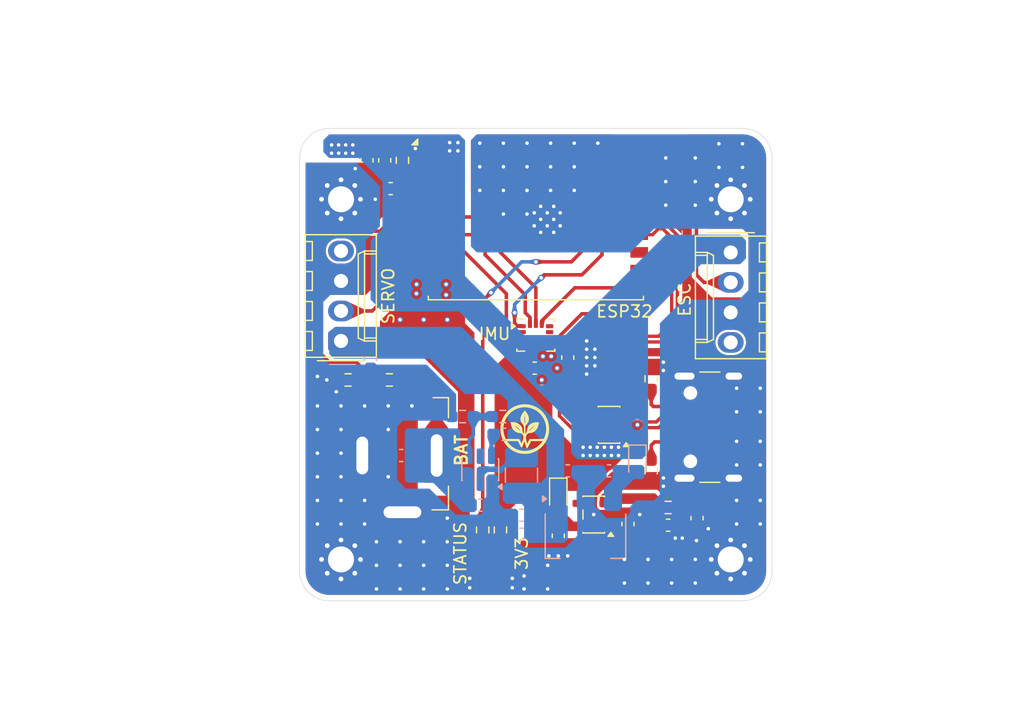
<source format=kicad_pcb>
(kicad_pcb (version 20241229) (generator "pcbnew") (generator_version "9.0")
  (title_block (title "RC_Car(ESP32)") (date "2025-12-11") (rev "A") (company "MaD_RaNgA"))
  (layers (0 "F.Cu" signal) (4 "In1.Cu" power) (6 "In2.Cu" power) (2 "B.Cu" signal) (13 "F.Paste" user) (15 "B.Paste" user) (5 "F.SilkS" user "F.Silkscreen") (7 "B.SilkS" user "B.Silkscreen") (1 "F.Mask" user) (3 "B.Mask" user) (25 "Edge.Cuts" user))
  (net 0 "")
  (net 1 "GND")
  (net 2 "+VCC")
  (net 3 "/Schematic/BST")
  (net 4 "/Schematic/BUCKOUT")
  (net 5 "+5V")
  (net 6 "+VBUSF")
  (net 7 "+3V3_2")
  (net 8 "+3V3_1")
  (net 9 "+3V3A")
  (net 10 "+VBUS")
  (net 11 "/Schematic/BAT_SENSE")
  (net 12 "/Schematic/ESC_PWM")
  (net 14 "/Schematic/USBD+")
  (net 15 "/Schematic/CC2")
  (net 16 "/Schematic/USBD-")
  (net 18 "/Schematic/CC1")
  (net 20 "/Schematic/FB")
  (net 21 "/Schematic/EN")
  (net 22 "/Schematic/SERVO_PWM")
  (net 26 "/Schematic/USB_D+")
  (net 27 "/Schematic/USB_D-")
  (net 31 "/Schematic/IMU_INT2")
  (net 33 "/Schematic/IMU_MOSI")
  (net 34 "/Schematic/IMU_CLK")
  (net 35 "/Schematic/IMU_MISO")
  (net 36 "/Schematic/IMU_CS")
  (net 37 "/Schematic/IMU_INT1")
  (net 40 "/Schematic/PWR_LED")
  (net 41 "/Schematic/STATUS_LED")
  (net 42 "/Schematic/STATUS")
  (footprint "Package_TO_SOT_SMD:SOT-23-6" (layer "F.Cu") (at 156.2 107.6 180)
    (property "Reference" "U4" (hide yes))
    (property "Value" "USBLC6-2SC6")
  )
  (footprint "Resistor_SMD:R_0603_1608Metric_Pad0.98x0.95mm_HandSolder" (layer "F.Cu") (at 138.7 85.2 90)
    (property "Reference" "R6" (hide yes))
    (property "Value" "5k1")
  )
  (footprint "Resistor_SMD:R_0603_1608Metric_Pad0.98x0.95mm_HandSolder" (layer "F.Cu") (at 147 116.5 90)
    (property "Reference" "R9" (hide yes))
    (property "Value" "5k1")
  )
  (footprint "MountingHole:MountingHole_2.2mm_M2_Pad_Via" (layer "F.Cu") (at 133.5 88.5)
    (property "Reference" "MH1" (hide yes))
    (property "Value" "MountingHole_Pad")
  )
  (footprint "Capacitor_SMD:C_0603_1608Metric_Pad1.08x0.95mm_HandSolder" (layer "F.Cu") (at 161.2 116.1)
    (property "Reference" "C13" (hide yes))
    (property "Value" "100n")
  )
  (footprint "Package_LGA:LGA-14_3x2.5mm_P0.5mm_LayoutBorder3x4y" (layer "F.Cu") (at 150 100)
    (property "Reference" "IMU")
    (property "Value" "LSM6DSL")
  )
  (footprint "LED_SMD:LED_0603_1608Metric_Pad1.05x0.95mm_HandSolder" (layer "F.Cu") (at 145.5 120 90)
    (property "Reference" "STATUS")
    (property "Value" "LED")
  )
  (footprint "Resistor_SMD:R_0603_1608Metric_Pad0.98x0.95mm_HandSolder" (layer "F.Cu") (at 159.765 111.5 90)
    (property "Reference" "R8" (hide yes))
    (property "Value" "5k1")
  )
  (footprint "Capacitor_SMD:C_0603_1608Metric_Pad1.08x0.95mm_HandSolder" (layer "F.Cu") (at 163.65 115.5 -90)
    (property "Reference" "C12" (hide yes))
    (property "Value" "100n")
  )
  (footprint "Resistor_SMD:R_0603_1608Metric_Pad0.98x0.95mm_HandSolder" (layer "F.Cu") (at 159.765 103.7 -90)
    (property "Reference" "R7" (hide yes))
    (property "Value" "5k1")
  )
  (footprint "Resistor_SMD:R_0603_1608Metric_Pad0.98x0.95mm_HandSolder" (layer "F.Cu") (at 137.6 103.8)
    (property "Reference" "R1" (hide yes))
    (property "Value" "47k5")
  )
  (footprint "Connector_USB:USB_C_Receptacle_GCT_USB4105-xx-A_16P_TopMnt_Horizontal" (layer "F.Cu") (at 165.69 107.8 90)
    (property "Reference" "J1" (hide yes))
    (property "Value" "USB_C")
  )
  (footprint "MountingHole:MountingHole_2.2mm_M2_Pad_Via" (layer "F.Cu") (at 166.5 88.5)
    (property "Reference" "MH2" (hide yes))
    (property "Value" "MountingHole_Pad")
  )
  (footprint "MountingHole:MountingHole_2.2mm_M2_Pad_Via" (layer "F.Cu") (at 133.5 119)
    (property "Reference" "MH3" (hide yes))
    (property "Value" "MountingHole_Pad")
  )
  (footprint "Capacitor_SMD:C_0603_1608Metric_Pad1.08x0.95mm_HandSolder" (layer "F.Cu") (at 149.9 102.8)
    (property "Reference" "C10" (hide yes))
    (property "Value" "100n")
  )
  (footprint "Diode_SMD:D_0603_1608Metric" (layer "F.Cu") (at 151.9 113.6 -90)
    (property "Reference" "D1" (hide yes))
    (property "Value" "CDBU70-HF")
  )
  (footprint "Capacitor_SMD:C_0603_1608Metric_Pad1.08x0.95mm_HandSolder" (layer "F.Cu") (at 157.8 116 90)
    (property "Reference" "C6" (hide yes))
    (property "Value" "10u")
  )
  (footprint "Resistor_SMD:R_0603_1608Metric_Pad0.98x0.95mm_HandSolder" (layer "F.Cu") (at 134.1 103.8)
    (property "Reference" "R3" (hide yes))
    (property "Value" "8k2")
  )
  (footprint "Capacitor_SMD:C_0603_1608Metric_Pad1.08x0.95mm_HandSolder" (layer "F.Cu") (at 135.7 85.2 -90)
    (property "Reference" "C15" (hide yes))
    (property "Value" "10u")
  )
  (footprint "Connector_Molex:Molex_KK-254_AE-6410-04A_1x04_P2.54mm_Vertical" (layer "F.Cu") (at 133.5 100.5 90)
    (property "Reference" "SERVO")
    (property "Value" "Conn_01x04")
  )
  (footprint "Capacitor_SMD:C_0603_1608Metric_Pad1.08x0.95mm_HandSolder" (layer "F.Cu") (at 152.7 101.9 -90)
    (property "Reference" "C11" (hide yes))
    (property "Value" "100n")
  )
  (footprint "MountingHole:MountingHole_2.2mm_M2_Pad_Via" (layer "F.Cu") (at 166.5 119)
    (property "Reference" "MH4" (hide yes))
    (property "Value" "MountingHole_Pad")
  )
  (footprint "RF_Module:ESP32-C3-WROOM-02" (layer "F.Cu") (at 150 90)
    (property "Reference" "ESP32")
    (property "Value" "ESP32-C3-WROOM-02")
  )
  (footprint "Graphics:Front_Logo" (layer "F.Cu") (at 149 108)
    (property "Reference" "G***" (hide yes))
    (property "Value" "LOGO" (hide yes))
  )
  (footprint "Capacitor_SMD:C_0603_1608Metric_Pad1.08x0.95mm_HandSolder" (layer "F.Cu") (at 137.2 85.2 -90)
    (property "Reference" "C14" (hide yes))
    (property "Value" "100n")
  )
  (footprint "Capacitor_SMD:C_0603_1608Metric_Pad1.08x0.95mm_HandSolder" (layer "F.Cu") (at 137.7 87.6 180)
    (property "Reference" "C16" (hide yes))
    (property "Value" "100n")
  )
  (footprint "Capacitor_SMD:C_0603_1608Metric_Pad1.08x0.95mm_HandSolder" (layer "F.Cu") (at 151.9 117 -90)
    (property "Reference" "C7" (hide yes))
    (property "Value" "10u")
  )
  (footprint "Package_TO_SOT_SMD:SOT-23-5" (layer "F.Cu") (at 154.9 115.2 180)
    (property "Reference" "500mA" (hide yes))
    (property "Value" "TLV75533PDBV")
  )
  (footprint "Resistor_SMD:R_0603_1608Metric_Pad0.98x0.95mm_HandSolder" (layer "F.Cu") (at 145.5 116.5 90)
    (property "Reference" "R10" (hide yes))
    (property "Value" "100R")
  )
  (footprint "Resistor_SMD:R_0603_1608Metric_Pad0.98x0.95mm_HandSolder" (layer "F.Cu") (at 161.2 114.6 180)
    (property "Reference" "R5" (hide yes))
    (property "Value" "0R")
  )
  (footprint "Connector_Molex:Molex_KK-254_AE-6410-04A_1x04_P2.54mm_Vertical" (layer "F.Cu") (at 166.5 93 -90)
    (property "Reference" "ESC")
    (property "Value" "Conn_01x04")
  )
  (footprint "Connector_BarrelJack:BarrelJack_GCT_DCJ200-10-A_Horizontal" (layer "F.Cu") (at 141.6 110.2 -90)
    (property "Reference" "BAT")
    (property "Value" "Barrel_Jack_Switch")
  )
  (footprint "LED_SMD:LED_0603_1608Metric_Pad1.05x0.95mm_HandSolder" (layer "F.Cu") (at 147 120 90)
    (property "Reference" "3V3")
    (property "Value" "LED")
  )
  (footprint "Capacitor_SMD:C_0603_1608Metric_Pad1.08x0.95mm_HandSolder" (layer "B.Cu") (at 136 102 -90)
    (property "Reference" "C17" (hide yes))
    (property "Value" "10u")
  )
  (footprint "Diode_SMD:D_0603_1608Metric" (layer "B.Cu") (at 158.6 110.8 -90)
    (property "Reference" "D2" (hide yes))
    (property "Value" "CDBU70-HF")
  )
  (footprint "Capacitor_SMD:C_0603_1608Metric_Pad1.08x0.95mm_HandSolder" (layer "B.Cu") (at 162.9 91.3 90)
    (property "Reference" "C18" (hide yes))
    (property "Value" "100n")
  )
  (footprint "Capacitor_SMD:C_0603_1608Metric_Pad1.08x0.95mm_HandSolder" (layer "B.Cu") (at 148.78125 116.8625 180)
    (property "Reference" "C4" (hide yes))
    (property "Value" "22u")
  )
  (footprint "Capacitor_SMD:C_0603_1608Metric_Pad1.08x0.95mm_HandSolder" (layer "B.Cu") (at 138.6 110.2 180)
    (property "Reference" "C5" (hide yes))
    (property "Value" "10u")
  )
  (footprint "Resistor_SMD:R_0603_1608Metric_Pad0.98x0.95mm_HandSolder" (layer "B.Cu") (at 143.79375 106.9 180)
    (property "Reference" "R4" (hide yes))
    (property "Value" "10k")
  )
  (footprint "Capacitor_SMD:C_0603_1608Metric_Pad1.08x0.95mm_HandSolder" (layer "B.Cu") (at 152.7 111.5)
    (property "Reference" "C8" (hide yes))
    (property "Value" "10u")
  )
  (footprint "Capacitor_SMD:C_0603_1608Metric_Pad1.08x0.95mm_HandSolder" (layer "B.Cu") (at 145.29375 114.4)
    (property "Reference" "C2" (hide yes))
    (property "Value" "10u")
  )
  (footprint "Inductor_SMD:L_1210_3225Metric_Pad1.42x2.65mm_HandSolder" (layer "B.Cu") (at 148.78125 111.8625 -90)
    (property "Reference" "L1" (hide yes))
    (property "Value" "3u3")
  )
  (footprint "Capacitor_SMD:C_0603_1608Metric_Pad1.08x0.95mm_HandSolder" (layer "B.Cu") (at 148.78125 115.2625 180)
    (property "Reference" "C3" (hide yes))
    (property "Value" "22u")
  )
  (footprint "Capacitor_SMD:C_0603_1608Metric_Pad1.08x0.95mm_HandSolder" (layer "B.Cu") (at 147.29375 108.4)
    (property "Reference" "C1" (hide yes))
    (property "Value" "100n")
  )
  (footprint "Capacitor_SMD:C_0603_1608Metric_Pad1.08x0.95mm_HandSolder" (layer "B.Cu") (at 156.2 111.5 180)
    (property "Reference" "C9" (hide yes))
    (property "Value" "22u")
  )
  (footprint "Resistor_SMD:R_0603_1608Metric_Pad0.98x0.95mm_HandSolder" (layer "B.Cu") (at 147.20625 106.9 180)
    (property "Reference" "R2" (hide yes))
    (property "Value" "52k3")
  )
  (footprint "Package_TO_SOT_SMD:TSOT-23-6" (layer "B.Cu") (at 145.29375 111.4 90)
    (property "Reference" "U1" (hide yes))
    (property "Value" "AP62301Z6-7")
  )
  (footprint "Package_TO_SOT_SMD:SOT-223-3_TabPin2" (layer "B.Cu") (at 154.2 117 -90)
    (property "Reference" "U2" (hide yes))
    (property "Value" "AZ1117CH2-3.3")
  )
  (gr_arc (start 167.5 82.5) (mid 169.267767 83.232233) (end 170 85) (stroke (width 0.05)) (layer "Edge.Cuts"))
  (gr_line (start 167.5 82.5) (end 132.5 82.5) (stroke (width 0.05)) (layer "Edge.Cuts"))
  (gr_line (start 130 85) (end 130 120) (stroke (width 0.05)) (layer "Edge.Cuts"))
  (gr_line (start 170 120) (end 170 85) (stroke (width 0.05)) (layer "Edge.Cuts"))
  (gr_arc (start 132.5 122.5) (mid 130.732233 121.767767) (end 130 120) (stroke (width 0.05)) (layer "Edge.Cuts"))
  (gr_arc (start 130 85) (mid 130.732233 83.232233) (end 132.5 82.5) (stroke (width 0.05)) (layer "Edge.Cuts"))
  (gr_arc (start 170 120) (mid 169.267767 121.767767) (end 167.5 122.5) (stroke (width 0.05)) (layer "Edge.Cuts"))
  (gr_line (start 132.5 122.5) (end 167.5 122.5) (stroke (width 0.05)) (layer "Edge.Cuts"))
  (via (at 151.3 101.8) (size 0.5) (drill 0.3) (layers "F.Cu" "B.Cu") (net 1))
  (via (at 138.5 117.5) (size 0.5) (drill 0.3) (layers "F.Cu" "B.Cu") (net 1))
  (via (at 134.7 85.9) (size 0.5) (drill 0.3) (layers "F.Cu" "B.Cu") (net 1))
  (via (at 150.5 103.8) (size 0.5) (drill 0.3) (layers "F.Cu" "B.Cu") (net 1))
  (via (at 132.3 103.8) (size 0.5) (drill 0.3) (layers "F.Cu" "B.Cu") (net 1))
  (via (at 167 111) (size 0.5) (drill 0.3) (layers "F.Cu" "B.Cu") (net 1))
  (via (at 160.8 112.1) (size 0.5) (drill 0.3) (layers "F.Cu" "B.Cu") (net 1))
  (via (at 169 106.5) (size 0.5) (drill 0.3) (layers "F.Cu" "B.Cu") (net 1))
  (via (at 139.885125 96.484782) (size 0.5) (drill 0.3) (layers "F.Cu" "B.Cu") (net 1))
  (via (at 159.5 119) (size 0.5) (drill 0.3) (layers "F.Cu" "B.Cu") (net 1))
  (via (at 167 109) (size 0.5) (drill 0.3) (layers "F.Cu" "B.Cu") (net 1))
  (via (at 145.25 87.75) (size 0.5) (drill 0.3) (layers "F.Cu" "B.Cu") (net 1))
  (via (at 163.5 87) (size 0.5) (drill 0.3) (layers "F.Cu" "B.Cu") (net 1))
  (via (at 169 109) (size 0.5) (drill 0.3) (layers "F.Cu" "B.Cu") (net 1))
  (via (at 140.5 117.5) (size 0.5) (drill 0.3) (layers "F.Cu" "B.Cu") (net 1))
  (via (at 138.5 98.7) (size 0.5) (drill 0.3) (layers "F.Cu" "B.Cu") (net 1))
  (via (at 147.25 83.75) (size 0.5) (drill 0.3) (layers "F.Cu" "B.Cu") (net 1))
  (via (at 144.4 120.6) (size 0.5) (drill 0.3) (layers "F.Cu" "B.Cu") (net 1))
  (via (at 140.5 98.7) (size 0.5) (drill 0.3) (layers "F.Cu" "B.Cu") (net 1))
  (via (at 169 114) (size 0.5) (drill 0.3) (layers "F.Cu" "B.Cu") (net 1))
  (via (at 167 104.5) (size 0.5) (drill 0.3) (layers "F.Cu" "B.Cu") (net 1))
  (via (at 155.25 83.75) (size 0.5) (drill 0.3) (layers "F.Cu" "B.Cu") (net 1))
  (via (at 151 121.5) (size 0.5) (drill 0.3) (layers "F.Cu" "B.Cu") (net 1))
  (via (at 151 119.5) (size 0.5) (drill 0.3) (layers "F.Cu" "B.Cu") (net 1))
  (via (at 167 114) (size 0.5) (drill 0.3) (layers "F.Cu" "B.Cu") (net 1))
  (via (at 131.5 108) (size 0.5) (drill 0.3) (layers "F.Cu" "B.Cu") (net 1))
  (via (at 158.6 107.6) (size 0.5) (drill 0.3) (layers "F.Cu" "B.Cu") (net 1))
  (via (at 139.5 106) (size 0.5) (drill 0.3) (layers "F.Cu" "B.Cu") (net 1))
  (via (at 138.5 119.5) (size 0.5) (drill 0.3) (layers "F.Cu" "B.Cu") (net 1))
  (via (at 148 120.6) (size 0.5) (drill 0.3) (layers "F.Cu" "B.Cu") (net 1))
  (via (at 163.5 121) (size 0.5) (drill 0.3) (layers "F.Cu" "B.Cu") (net 1))
  (via (at 161.5 121) (size 0.5) (drill 0.3) (layers "F.Cu" "B.Cu") (net 1))
  (via (at 158.8 115.2) (size 0.5) (drill 0.3) (layers "F.Cu" "B.Cu") (net 1))
  (via (at 151.25 83.75) (size 0.5) (drill 0.3) (layers "F.Cu" "B.Cu") (net 1))
  (via (at 147.25 85.75) (size 0.5) (drill 0.3) (layers "F.Cu" "B.Cu") (net 1))
  (via (at 149.25 87.75) (size 0.5) (drill 0.3) (layers "F.Cu" "B.Cu") (net 1))
  (via (at 133.5 106) (size 0.5) (drill 0.3) (layers "F.Cu" "B.Cu") (net 1))
  (via (at 167.5 83.8) (size 0.5) (drill 0.3) (layers "F.Cu" "B.Cu") (net 1))
  (via (at 149.25 85.75) (size 0.5) (drill 0.3) (layers "F.Cu" "B.Cu") (net 1))
  (via (at 167 116) (size 0.5) (drill 0.3) (layers "F.Cu" "B.Cu") (net 1))
  (via (at 160.8 102.3) (size 0.5) (drill 0.3) (layers "F.Cu" "B.Cu") (net 1))
  (via (at 140.5 119.5) (size 0.5) (drill 0.3) (layers "F.Cu" "B.Cu") (net 1))
  (via (at 136.5 121.5) (size 0.5) (drill 0.3) (layers "F.Cu" "B.Cu") (net 1))
  (via (at 147.25 87.75) (size 0.5) (drill 0.3) (layers "F.Cu" "B.Cu") (net 1))
  (via (at 169 111) (size 0.5) (drill 0.3) (layers "F.Cu" "B.Cu") (net 1))
  (via (at 135.5 106) (size 0.5) (drill 0.3) (layers "F.Cu" "B.Cu") (net 1))
  (via (at 131.5 103.5) (size 0.5) (drill 0.3) (layers "F.Cu" "B.Cu") (net 1))
  (via (at 154.9 115.2) (size 0.5) (drill 0.3) (layers "F.Cu" "B.Cu") (net 1))
  (via (at 161 89) (size 0.5) (drill 0.3) (layers "F.Cu" "B.Cu") (net 1))
  (via (at 131.5 116) (size 0.5) (drill 0.3) (layers "F.Cu" "B.Cu") (net 1))
  (via (at 142.5 115.5) (size 0.5) (drill 0.3) (layers "F.Cu" "B.Cu") (net 1))
  (via (at 149.25 89.75) (size 0.5) (drill 0.3) (layers "F.Cu" "B.Cu") (net 1))
  (via (at 151.8 102.8) (size 0.5) (drill 0.3) (layers "F.Cu" "B.Cu") (net 1))
  (via (at 167 106.5) (size 0.5) (drill 0.3) (layers "F.Cu" "B.Cu") (net 1))
  (via (at 148 121.4) (size 0.5) (drill 0.3) (layers "F.Cu" "B.Cu") (net 1))
  (via (at 133.5 108) (size 0.5) (drill 0.3) (layers "F.Cu" "B.Cu") (net 1))
  (via (at 153.25 83.75) (size 0.5) (drill 0.3) (layers "F.Cu" "B.Cu") (net 1))
  (via (at 151.9 118.7) (size 0.5) (drill 0.3) (layers "F.Cu" "B.Cu") (net 1))
  (via (at 161 85) (size 0.5) (drill 0.3) (layers "F.Cu" "B.Cu") (net 1))
  (via (at 133.5 112) (size 0.5) (drill 0.3) (layers "F.Cu" "B.Cu") (net 1))
  (via (at 136.4 88.5) (size 0.5) (drill 0.3) (layers "F.Cu" "B.Cu") (net 1))
  (via (at 145.25 85.75) (size 0.5) (drill 0.3) (layers "F.Cu" "B.Cu") (net 1))
  (via (at 164.6 116.4) (size 0.5) (drill 0.3) (layers "F.Cu" "B.Cu") (net 1))
  (via (at 144.4 121.4) (size 0.5) (drill 0.3) (layers "F.Cu" "B.Cu") (net 1))
  (via (at 160.8 103) (size 0.5) (drill 0.3) (layers "F.Cu" "B.Cu") (net 1))
  (via (at 151.25 85.75) (size 0.5) (drill 0.3) (layers "F.Cu" "B.Cu") (net 1))
  (via (at 142.4 95.7) (size 0.5) (drill 0.3) (layers "F.Cu" "B.Cu") (net 1))
  (via (at 133.5 110) (size 0.5) (drill 0.3) (layers "F.Cu" "B.Cu") (net 1))
  (via (at 147.25 89.75) (size 0.5) (drill 0.3) (layers "F.Cu" "B.Cu") (net 1))
  (via (at 131.5 110) (size 0.5) (drill 0.3) (layers "F.Cu" "B.Cu") (net 1))
  (via (at 133.5 114) (size 0.5) (drill 0.3) (layers "F.Cu" "B.Cu") (net 1))
  (via (at 169 104.5) (size 0.5) (drill 0.3) (layers "F.Cu" "B.Cu") (net 1))
  (via (at 159.5 121) (size 0.5) (drill 0.3) (layers "F.Cu" "B.Cu") (net 1))
  (via (at 135.5 116) (size 0.5) (drill 0.3) (layers "F.Cu" "B.Cu") (net 1))
  (via (at 163.5 89) (size 0.5) (drill 0.3) (layers "F.Cu" "B.Cu") (net 1))
  (via (at 131.5 112) (size 0.5) (drill 0.3) (layers "F.Cu" "B.Cu") (net 1))
  (via (at 153.25 85.75) (size 0.5) (drill 0.3) (layers "F.Cu" "B.Cu") (net 1))
  (via (at 140.5 121.5) (size 0.5) (drill 0.3) (layers "F.Cu" "B.Cu") (net 1))
  (via (at 161.5 119) (size 0.5) (drill 0.3) (layers "F.Cu" "B.Cu") (net 1))
  (via (at 137.5 106) (size 0.5) (drill 0.3) (layers "F.Cu" "B.Cu") (net 1))
  (via (at 165.5 85.8) (size 0.5) (drill 0.3) (layers "F.Cu" "B.Cu") (net 1))
  (via (at 131.5 106) (size 0.5) (drill 0.3) (layers "F.Cu" "B.Cu") (net 1))
  (via (at 142.5 121.5) (size 0.5) (drill 0.3) (layers "F.Cu" "B.Cu") (net 1))
  (via (at 137.5 108) (size 0.5) (drill 0.3) (layers "F.Cu" "B.Cu") (net 1))
  (via (at 163.6 117.4) (size 0.5) (drill 0.3) (layers "F.Cu" "B.Cu") (net 1))
  (via (at 131.5 114) (size 0.5) (drill 0.3) (layers "F.Cu" "B.Cu") (net 1))
  (via (at 153.25 87.75) (size 0.5) (drill 0.3) (layers "F.Cu" "B.Cu") (net 1))
  (via (at 163.5 119) (size 0.5) (drill 0.3) (layers "F.Cu" "B.Cu") (net 1))
  (via (at 133.5 116) (size 0.5) (drill 0.3) (layers "F.Cu" "B.Cu") (net 1))
  (via (at 149.25 83.75) (size 0.5) (drill 0.3) (layers "F.Cu" "B.Cu") (net 1))
  (via (at 150.6 101.8) (size 0.5) (drill 0.3) (layers "F.Cu" "B.Cu") (net 1))
  (via (at 151.1 118.7) (size 0.5) (drill 0.3) (layers "F.Cu" "B.Cu") (net 1))
  (via (at 139.9 95.7) (size 0.5) (drill 0.3) (layers "F.Cu" "B.Cu") (net 1))
  (via (at 136.5 117.5) (size 0.5) (drill 0.3) (layers "F.Cu" "B.Cu") (net 1))
  (via (at 157.5 121) (size 0.5) (drill 0.3) (layers "F.Cu" "B.Cu") (net 1))
  (via (at 163.5 85) (size 0.5) (drill 0.3) (layers "F.Cu" "B.Cu") (net 1))
  (via (at 162.4 117.2) (size 0.5) (drill 0.3) (layers "F.Cu" "B.Cu") (net 1))
  (via (at 161.8 117.2) (size 0.5) (drill 0.3) (layers "F.Cu" "B.Cu") (net 1))
  (via (at 135.5 114) (size 0.5) (drill 0.3) (layers "F.Cu" "B.Cu") (net 1))
  (via (at 145.25 83.75) (size 0.5) (drill 0.3) (layers "F.Cu" "B.Cu") (net 1))
  (via (at 167.5 85.8) (size 0.5) (drill 0.3) (layers "F.Cu" "B.Cu") (net 1))
  (via (at 169 116) (size 0.5) (drill 0.3) (layers "F.Cu" "B.Cu") (net 1))
  (via (at 157.5 119) (size 0.5) (drill 0.3) (layers "F.Cu" "B.Cu") (net 1))
  (via (at 161 87) (size 0.5) (drill 0.3) (layers "F.Cu" "B.Cu") (net 1))
  (via (at 149 121.5) (size 0.5) (drill 0.3) (layers "F.Cu" "B.Cu") (net 1))
  (via (at 149 120.4) (size 0.5) (drill 0.3) (layers "F.Cu" "B.Cu") (net 1))
  (via (at 165.5 83.8) (size 0.5) (drill 0.3) (layers "F.Cu" "B.Cu") (net 1))
  (via (at 142.5 119.5) (size 0.5) (drill 0.3) (layers "F.Cu" "B.Cu") (net 1))
  (via (at 138.5 121.5) (size 0.5) (drill 0.3) (layers "F.Cu" "B.Cu") (net 1))
  (via (at 137.5 112) (size 0.5) (drill 0.3) (layers "F.Cu" "B.Cu") (net 1))
  (via (at 142.4 96.6) (size 0.5) (drill 0.3) (layers "F.Cu" "B.Cu") (net 1))
  (via (at 151.25 87.75) (size 0.5) (drill 0.3) (layers "F.Cu" "B.Cu") (net 1))
  (via (at 142.5 98.7) (size 0.5) (drill 0.3) (layers "F.Cu" "B.Cu") (net 1))
  (via (at 152.7 118.7) (size 0.5) (drill 0.3) (layers "F.Cu" "B.Cu") (net 1))
  (via (at 133.1 104.8) (size 0.5) (drill 0.3) (layers "F.Cu" "B.Cu") (net 1))
  (via (at 160.8 112.8) (size 0.5) (drill 0.3) (layers "F.Cu" "B.Cu") (net 1))
  (via (at 136.5 119.5) (size 0.5) (drill 0.3) (layers "F.Cu" "B.Cu") (net 1))
  (via (at 142.5 117.5) (size 0.5) (drill 0.3) (layers "F.Cu" "B.Cu") (net 1))
  (segment (start 141.6 104.9) (end 141.6 110.2) (width 0.5) (layer "F.Cu") (net 2))
  (segment (start 138.5125 103.8) (end 140.5 103.8) (width 0.5) (layer "F.Cu") (net 2))
  (segment (start 140.5 103.8) (end 141.6 104.9) (width 0.5) (layer "F.Cu") (net 2))
  (segment (start 146.24375 110.2625) (end 146.24375 108.5875) (width 0.3) (layer "B.Cu") (net 3))
  (via (at 156.4 110.2) (size 0.5) (drill 0.3) (layers "F.Cu" "B.Cu") (net 9))
  (via (at 154.6 110.2) (size 0.5) (drill 0.3) (layers "F.Cu" "B.Cu") (net 9))
  (via (at 154.6 109.5) (size 0.5) (drill 0.3) (layers "F.Cu" "B.Cu") (net 9))
  (via (at 133.9 83.9) (size 0.5) (drill 0.3) (layers "F.Cu" "B.Cu") (net 9))
  (via (at 157 110.2) (size 0.5) (drill 0.3) (layers "F.Cu" "B.Cu") (net 9))
  (via (at 134.5 83.9) (size 0.5) (drill 0.3) (layers "F.Cu" "B.Cu") (net 9))
  (via (at 133.9 84.6) (size 0.5) (drill 0.3) (layers "F.Cu" "B.Cu") (net 9))
  (via (at 156.4 109.5) (size 0.5) (drill 0.3) (layers "F.Cu" "B.Cu") (net 9))
  (via (at 132.7 83.9) (size 0.5) (drill 0.3) (layers "F.Cu" "B.Cu") (net 9))
  (via (at 142.7 83.7) (size 0.5) (drill 0.3) (layers "F.Cu" "B.Cu") (net 9))
  (via (at 155.8 109.5) (size 0.5) (drill 0.3) (layers "F.Cu" "B.Cu") (net 9))
  (via (at 154.3 100.5) (size 0.5) (drill 0.3) (layers "F.Cu" "B.Cu") (net 9))
  (via (at 143.4 83.7) (size 0.5) (drill 0.3) (layers "F.Cu" "B.Cu") (net 9))
  (via (at 133.3 83.9) (size 0.5) (drill 0.3) (layers "F.Cu" "B.Cu") (net 9))
  (via (at 132.7 84.6) (size 0.5) (drill 0.3) (layers "F.Cu" "B.Cu") (net 9))
  (via (at 154 109.5) (size 0.5) (drill 0.3) (layers "F.Cu" "B.Cu") (net 9))
  (via (at 155.2 109.5) (size 0.5) (drill 0.3) (layers "F.Cu" "B.Cu") (net 9))
  (via (at 155 102.6) (size 0.5) (drill 0.3) (layers "F.Cu" "B.Cu") (net 9))
  (via (at 134.5 84.6) (size 0.5) (drill 0.3) (layers "F.Cu" "B.Cu") (net 9))
  (via (at 154.3 101.2) (size 0.5) (drill 0.3) (layers "F.Cu" "B.Cu") (net 9))
  (via (at 155.2 110.2) (size 0.5) (drill 0.3) (layers "F.Cu" "B.Cu") (net 9))
  (via (at 155.8 110.2) (size 0.5) (drill 0.3) (layers "F.Cu" "B.Cu") (net 9))
  (via (at 143.4 84.4) (size 0.5) (drill 0.3) (layers "F.Cu" "B.Cu") (net 9))
  (via (at 154.3 102.6) (size 0.5) (drill 0.3) (layers "F.Cu" "B.Cu") (net 9))
  (via (at 154.3 103.3) (size 0.5) (drill 0.3) (layers "F.Cu" "B.Cu") (net 9))
  (via (at 154.3 101.9) (size 0.5) (drill 0.3) (layers "F.Cu" "B.Cu") (net 9))
  (via (at 142.7 84.4) (size 0.5) (drill 0.3) (layers "F.Cu" "B.Cu") (net 9))
  (via (at 157 109.5) (size 0.5) (drill 0.3) (layers "F.Cu" "B.Cu") (net 9))
  (via (at 155 101.9) (size 0.5) (drill 0.3) (layers "F.Cu" "B.Cu") (net 9))
  (via (at 139.8 84.2) (size 0.5) (drill 0.3) (layers "F.Cu" "B.Cu") (net 9))
  (via (at 155 101.2) (size 0.5) (drill 0.3) (layers "F.Cu" "B.Cu") (net 9))
  (via (at 154 110.2) (size 0.5) (drill 0.3) (layers "F.Cu" "B.Cu") (net 9))
  (via (at 133.3 84.6) (size 0.5) (drill 0.3) (layers "F.Cu" "B.Cu") (net 9))
  (segment (start 138.5625 87.6) (end 138.5625 89.4375) (width 0.3) (layer "F.Cu") (net 11))
  (segment (start 139.4 87.6) (end 138.5625 87.6) (width 0.3) (layer "F.Cu") (net 11))
  (segment (start 132.5 102.3) (end 134.8 102.3) (width 0.3) (layer "F.Cu") (net 11))
  (segment (start 141.25 87) (end 140 87) (width 0.3) (layer "F.Cu") (net 11))
  (segment (start 131.6 101.4) (end 132.5 102.3) (width 0.3) (layer "F.Cu") (net 11))
  (segment (start 132.2 91.2) (end 131.6 91.8) (width 0.3) (layer "F.Cu") (net 11))
  (segment (start 135.0125 102.5125) (end 135.0125 103.8) (width 0.3) (layer "F.Cu") (net 11))
  (segment (start 136.8 91.2) (end 132.2 91.2) (width 0.3) (layer "F.Cu") (net 11))
  (segment (start 140 87) (end 139.4 87.6) (width 0.3) (layer "F.Cu") (net 11))
  (segment (start 131.6 91.8) (end 131.6 101.4) (width 0.3) (layer "F.Cu") (net 11))
  (segment (start 134.8 102.3) (end 135.0125 102.5125) (width 0.3) (layer "F.Cu") (net 11))
  (segment (start 138.5625 89.4375) (end 136.8 91.2) (width 0.3) (layer "F.Cu") (net 11))
  (segment (start 163.6 90.85) (end 163.6 94.9) (width 0.3) (layer "F.Cu") (net 12))
  (segment (start 162.25 84.65) (end 162.25 89.5) (width 0.3) (layer "F.Cu") (net 12))
  (segment (start 162.25 89.5) (end 163.6 90.85) (width 0.3) (layer "F.Cu") (net 12))
  (segment (start 164.24 95.54) (end 166.5 95.54) (width 0.3) (layer "F.Cu") (net 12))
  (segment (start 158.75 84) (end 161.6 84) (width 0.3) (layer "F.Cu") (net 12))
  (segment (start 161.6 84) (end 162.25 84.65) (width 0.3) (layer "F.Cu") (net 12))
  (segment (start 163.6 94.9) (end 164.24 95.54) (width 0.3) (layer "F.Cu") (net 12))
  (segment (start 160.50776 107.05) (end 162.01 107.05) (width 0.284) (layer "F.Cu") (net 14))
  (segment (start 159.458 107.358) (end 160.19976 107.358) (width 0.284) (layer "F.Cu") (net 14))
  (segment (start 157.3375 106.65) (end 158.75 106.65) (width 0.284) (layer "F.Cu") (net 14))
  (segment (start 162.01 107.05) (end 162.85 107.05) (width 0.284) (layer "F.Cu") (net 14))
  (segment (start 158.75 106.65) (end 159.458 107.358) (width 0.284) (layer "F.Cu") (net 14))
  (segment (start 162.95 108.05) (end 162.01 108.05) (width 0.284) (layer "F.Cu") (net 14))
  (segment (start 160.19976 107.358) (end 160.50776 107.05) (width 0.284) (layer "F.Cu") (net 14))
  (segment (start 163.2 107.4) (end 163.2 107.8) (width 0.284) (layer "F.Cu") (net 14))
  (segment (start 162.85 107.05) (end 163.2 107.4) (width 0.284) (layer "F.Cu") (net 14))
  (segment (start 163.2 107.8) (end 162.95 108.05) (width 0.284) (layer "F.Cu") (net 14))
  (segment (start 162.01 106.05) (end 159.95 106.05) (width 0.3) (layer "F.Cu") (net 15))
  (segment (start 159.765 105.865) (end 159.765 105.0325) (width 0.3) (layer "F.Cu") (net 15))
  (segment (start 159.95 106.05) (end 159.765 105.865) (width 0.3) (layer "F.Cu") (net 15))
  (segment (start 161 108.4) (end 161 107.8) (width 0.284) (layer "F.Cu") (net 16))
  (segment (start 161.25 107.55) (end 161.2 107.6) (width 0.284) (layer "F.Cu") (net 16))
  (segment (start 161.15 108.55) (end 161 108.4) (width 0.284) (layer "F.Cu") (net 16))
  (segment (start 160.40024 107.842) (end 160.69224 107.55) (width 0.284) (layer "F.Cu") (net 16))
  (segment (start 160.69224 107.55) (end 161.25 107.55) (width 0.284) (layer "F.Cu") (net 16))
  (segment (start 161.25 107.55) (end 162.01 107.55) (width 0.284) (layer "F.Cu") (net 16))
  (segment (start 157.3375 108.55) (end 158.75 108.55) (width 0.284) (layer "F.Cu") (net 16))
  (segment (start 158.75 108.55) (end 159.458 107.842) (width 0.284) (layer "F.Cu") (net 16))
  (segment (start 159.458 107.842) (end 160.40024 107.842) (width 0.284) (layer "F.Cu") (net 16))
  (segment (start 162.01 108.55) (end 161.15 108.55) (width 0.284) (layer "F.Cu") (net 16))
  (segment (start 161 107.8) (end 161.25 107.55) (width 0.284) (layer "F.Cu") (net 16))
  (segment (start 160.05 109.05) (end 159.765 109.335) (width 0.3) (layer "F.Cu") (net 18))
  (segment (start 159.765 109.335) (end 159.765 110.2075) (width 0.3) (layer "F.Cu") (net 18))
  (segment (start 162.01 109.05) (end 160.05 109.05) (width 0.3) (layer "F.Cu") (net 18))
  (segment (start 144.70625 108.4875) (end 144.70625 106.9) (width 0.3) (layer "B.Cu") (net 20))
  (segment (start 144.34375 108.85) (end 144.70625 108.4875) (width 0.3) (layer "B.Cu") (net 20))
  (segment (start 146.29375 106.9) (end 144.70625 106.9) (width 0.3) (layer "B.Cu") (net 20))
  (segment (start 144.34375 110.2625) (end 144.34375 108.85) (width 0.3) (layer "B.Cu") (net 20))
  (segment (start 140 85.5) (end 141.25 85.5) (width 0.3) (layer "F.Cu") (net 21))
  (segment (start 139.3875 86.1125) (end 140 85.5) (width 0.3) (layer "F.Cu") (net 21))
  (segment (start 138.7 86.1125) (end 139.3875 86.1125) (width 0.3) (layer "F.Cu") (net 21))
  (segment (start 137 97.1) (end 136.14 97.96) (width 0.3) (layer "F.Cu") (net 22))
  (segment (start 138.4 94.5) (end 137 95.9) (width 0.3) (layer "F.Cu") (net 22))
  (segment (start 136.14 97.96) (end 133.5 97.96) (width 0.3) (layer "F.Cu") (net 22))
  (segment (start 137 95.9) (end 137 97.1) (width 0.3) (layer "F.Cu") (net 22))
  (segment (start 141.25 94.5) (end 138.4 94.5) (width 0.3) (layer "F.Cu") (net 22))
  (segment (start 158.75 90) (end 159.875001 90) (width 0.284) (layer "F.Cu") (net 26))
  (segment (start 153.1 106.7) (end 155.0125 106.7) (width 0.284) (layer "F.Cu") (net 26))
  (segment (start 160.94248 90.508) (end 161.984 91.54952) (width 0.284) (layer "F.Cu") (net 26))
  (segment (start 152.642 106.242) (end 153.1 106.7) (width 0.284) (layer "F.Cu") (net 26))
  (segment (start 160.60048 100.584) (end 158.98496 100.584) (width 0.284) (layer "F.Cu") (net 26))
  (segment (start 160.383001 90.508) (end 160.94248 90.508) (width 0.284) (layer "F.Cu") (net 26))
  (segment (start 158.98496 100.584) (end 154.56896 105) (width 0.284) (layer "F.Cu") (net 26))
  (segment (start 161.984 91.54952) (end 161.984 99.20048) (width 0.284) (layer "F.Cu") (net 26))
  (segment (start 152.642 105.558) (end 152.642 106.242) (width 0.284) (layer "F.Cu") (net 26))
  (segment (start 159.875001 90) (end 160.383001 90.508) (width 0.284) (layer "F.Cu") (net 26))
  (segment (start 161.984 99.20048) (end 160.60048 100.584) (width 0.284) (layer "F.Cu") (net 26))
  (segment (start 154.56896 105) (end 153.2 105) (width 0.284) (layer "F.Cu") (net 26))
  (segment (start 153.2 105) (end 152.642 105.558) (width 0.284) (layer "F.Cu") (net 26))
  (segment (start 155.0125 106.7) (end 155.0625 106.65) (width 0.284) (layer "F.Cu") (net 26))
  (segment (start 161.5 91.75) (end 161.5 99) (width 0.284) (layer "F.Cu") (net 27))
  (segment (start 152 106.84224) (end 153.65776 108.5) (width 0.284) (layer "F.Cu") (net 27))
  (segment (start 160.4 100.1) (end 158.78448 100.1) (width 0.284) (layer "F.Cu") (net 27))
  (segment (start 161.5 99) (end 160.4 100.1) (width 0.284) (layer "F.Cu") (net 27))
  (segment (start 152 105.51552) (end 152 106.84224) (width 0.284) (layer "F.Cu") (net 27))
  (segment (start 158.75 91.5) (end 159.875001 91.5) (width 0.284) (layer "F.Cu") (net 27))
  (segment (start 160.742 90.992) (end 161.5 91.75) (width 0.284) (layer "F.Cu") (net 27))
  (segment (start 158.78448 100.1) (end 154.36848 104.516) (width 0.284) (layer "F.Cu") (net 27))
  (segment (start 159.875001 91.5) (end 160.383001 90.992) (width 0.284) (layer "F.Cu") (net 27))
  (segment (start 152.99952 104.516) (end 152 105.51552) (width 0.284) (layer "F.Cu") (net 27))
  (segment (start 153.65776 108.5) (end 155.0125 108.5) (width 0.284) (layer "F.Cu") (net 27))
  (segment (start 160.383001 90.992) (end 160.742 90.992) (width 0.284) (layer "F.Cu") (net 27))
  (segment (start 154.36848 104.516) (end 152.99952 104.516) (width 0.284) (layer "F.Cu") (net 27))
  (segment (start 155.0125 108.5) (end 155.0625 108.55) (width 0.284) (layer "F.Cu") (net 27))
  (segment (start 159.6 98.2) (end 153.9 98.2) (width 0.3) (layer "F.Cu") (net 31))
  (segment (start 151.85 100.25) (end 151.1625 100.25) (width 0.3) (layer "F.Cu") (net 31))
  (segment (start 160.758 97.042) (end 159.6 98.2) (width 0.3) (layer "F.Cu") (net 31))
  (segment (start 160.758 94.858) (end 160.758 97.042) (width 0.3) (layer "F.Cu") (net 31))
  (segment (start 158.75 94.5) (end 160.4 94.5) (width 0.3) (layer "F.Cu") (net 31))
  (segment (start 160.4 94.5) (end 160.758 94.858) (width 0.3) (layer "F.Cu") (net 31))
  (segment (start 153.9 98.2) (end 151.85 100.25) (width 0.3) (layer "F.Cu") (net 31))
  (segment (start 145.7 92.2) (end 145.7 93.2) (width 0.3) (layer "F.Cu") (net 33))
  (segment (start 141.25 91.5) (end 145 91.5) (width 0.3) (layer "F.Cu") (net 33))
  (segment (start 149.5 98.5) (end 149.5 99.0875) (width 0.3) (layer "F.Cu") (net 33))
  (segment (start 149.1 98.1) (end 149.5 98.5) (width 0.3) (layer "F.Cu") (net 33))
  (segment (start 149.1 96.6) (end 149.1 98.1) (width 0.3) (layer "F.Cu") (net 33))
  (segment (start 145.7 93.2) (end 149.1 96.6) (width 0.3) (layer "F.Cu") (net 33))
  (segment (start 145 91.5) (end 145.7 92.2) (width 0.3) (layer "F.Cu") (net 33))
  (segment (start 146 90) (end 141.25 90) (width 0.3) (layer "F.Cu") (net 34))
  (segment (start 147 91) (end 146 90) (width 0.3) (layer "F.Cu") (net 34))
  (segment (start 150 99.0875) (end 150 96) (width 0.3) (layer "F.Cu") (net 34))
  (segment (start 147 93) (end 147 91) (width 0.3) (layer "F.Cu") (net 34))
  (segment (start 150 96) (end 147 93) (width 0.3) (layer "F.Cu") (net 34))
  (segment (start 148.8375 99.25) (end 148.45 99.25) (width 0.3) (layer "F.Cu") (net 35))
  (segment (start 148.3 99.1) (end 148.2 99) (width 0.3) (layer "F.Cu") (net 35))
  (segment (start 155.6 93.2) (end 155.6 88.1) (width 0.3) (layer "F.Cu") (net 35))
  (segment (start 148.2 99) (end 148.2 98.1) (width 0.3) (layer "F.Cu") (net 35))
  (segment (start 153.9 94.9) (end 155.6 93.2) (width 0.3) (layer "F.Cu") (net 35))
  (segment (start 148.45 99.25) (end 148.3 99.1) (width 0.3) (layer "F.Cu") (net 35))
  (segment (start 156.7 87) (end 158.75 87) (width 0.3) (layer "F.Cu") (net 35))
  (segment (start 150.7 94.9) (end 153.9 94.9) (width 0.3) (layer "F.Cu") (net 35))
  (segment (start 150.45 95.15) (end 150.7 94.9) (width 0.3) (layer "F.Cu") (net 35))
  (segment (start 155.6 88.1) (end 156.7 87) (width 0.3) (layer "F.Cu") (net 35))
  (via (at 150.45 95.15) (size 0.5) (drill 0.3) (layers "F.Cu" "B.Cu") (net 35))
  (via (at 148.2 98.1) (size 0.5) (drill 0.3) (layers "F.Cu" "B.Cu") (net 35))
  (segment (start 148.2 97.4) (end 148.2 98.1) (width 0.3) (layer "B.Cu") (net 35))
  (segment (start 150.45 95.15) (end 148.2 97.4) (width 0.3) (layer "B.Cu") (net 35))
  (segment (start 158.75 96) (end 153.3 96) (width 0.3) (layer "F.Cu") (net 36))
  (segment (start 150.5 98.8) (end 150.5 99.0875) (width 0.3) (layer "F.Cu") (net 36))
  (segment (start 153.3 96) (end 150.5 98.8) (width 0.3) (layer "F.Cu") (net 36))
  (segment (start 147.5 100.4) (end 147.5 96.5) (width 0.3) (layer "F.Cu") (net 37))
  (segment (start 147.85 100.75) (end 147.5 100.4) (width 0.3) (layer "F.Cu") (net 37))
  (segment (start 147.5 96.5) (end 144 93) (width 0.3) (layer "F.Cu") (net 37))
  (segment (start 144 93) (end 141.25 93) (width 0.3) (layer "F.Cu") (net 37))
  (segment (start 148.8375 100.75) (end 147.85 100.75) (width 0.3) (layer "F.Cu") (net 37))
  (segment (start 147 119.125) (end 147 117.4125) (width 0.3) (layer "F.Cu") (net 40))
  (segment (start 145.5 119.125) (end 145.5 117.4125) (width 0.3) (layer "F.Cu") (net 41))
  (segment (start 154.2 87) (end 155.7 85.5) (width 0.3) (layer "F.Cu") (net 42))
  (segment (start 145.5 115.5875) (end 145.5 97.1) (width 0.3) (layer "F.Cu") (net 42))
  (segment (start 154.2 92.6) (end 154.2 87) (width 0.3) (layer "F.Cu") (net 42))
  (segment (start 153 93.8) (end 154.2 92.6) (width 0.3) (layer "F.Cu") (net 42))
  (segment (start 155.7 85.5) (end 158.75 85.5) (width 0.3) (layer "F.Cu") (net 42))
  (segment (start 150 93.8) (end 153 93.8) (width 0.3) (layer "F.Cu") (net 42))
  (segment (start 145.5 97.1) (end 146.2 96.4) (width 0.3) (layer "F.Cu") (net 42))
  (via (at 146.2 96.4) (size 0.5) (drill 0.3) (layers "F.Cu" "B.Cu") (net 42))
  (via (at 150 93.8) (size 0.5) (drill 0.3) (layers "F.Cu" "B.Cu") (net 42))
  (segment (start 148.8 93.8) (end 150 93.8) (width 0.3) (layer "B.Cu") (net 42))
  (segment (start 146.2 96.4) (end 148.8 93.8) (width 0.3) (layer "B.Cu") (net 42))
  (zone (net 1) (net_name "GND") (layer "F.Cu") (name "GND") (priority 1) (connect_pads yes (clearance 0.2)) (min_thickness 0.15) (fill yes (thermal_gap 0.5) (thermal_bridge_width 0.5) (smoothing fillet))
    (polygon (pts (xy 132 95.9) (xy 132.7 96.6) (xy 135.6 96.6) (xy 138.2 94) (xy 139.8 94) (xy 140 93.8) (xy 140 88.4) (xy 139.8 88.2) (xy 139.4 88.2) (xy 139.2 88.4) (xy 139.2 89.7) (xy 137.3 91.6) (xy 132.7 91.6) (xy 132 92.3)))
  )
  (zone (net 6) (net_name "+VBUSF") (layer "F.Cu") (name "VBUSF") (priority 1) (connect_pads yes (clearance 0.2)) (min_thickness 0.15) (fill yes (thermal_gap 0.5) (thermal_bridge_width 0.5) (smoothing fillet))
    (polygon (pts (xy 155.4 114.5) (xy 155.5 114.6) (xy 156.7 114.6) (xy 157 114.3) (xy 159.2 114.3) (xy 159.6 114.7) (xy 159.6 115.8) (xy 159.4 116) (xy 156.9 116) (xy 156.7 115.8) (xy 155.5 115.8) (xy 155.4 115.9) (xy 155.4 117.2) (xy 155.6 117.4) (xy 160.7 117.4) (xy 160.9 117.2) (xy 160.9 114.2) (xy 160.1 113.4) (xy 155.6 113.4) (xy 155.4 113.6)))
  )
  (zone (net 11) (net_name "/Schematic/BAT_SENSE") (layer "F.Cu") (name "VSENSE") (priority 1) (connect_pads yes (clearance 0.2)) (min_thickness 0.15) (fill yes (thermal_gap 0.5) (thermal_bridge_width 0.5) (smoothing fillet))
    (polygon (pts (xy 134.7 103.3) (xy 134.5 103.5) (xy 134.5 104.1) (xy 134.7 104.3) (xy 137 104.3) (xy 137.2 104.1) (xy 137.2 103.5) (xy 137 103.3)))
  )
  (zone (net 1) (net_name "GND") (layer "F.Cu") (name "GND") (priority 1) (connect_pads yes (clearance 0.2)) (min_thickness 0.15) (fill yes (thermal_gap 0.5) (thermal_bridge_width 0.5) (smoothing fillet))
    (polygon (pts (xy 156.8 107.3) (xy 156.7 107.4) (xy 156.7 107.8) (xy 156.8 107.9) (xy 158.2 107.9) (xy 158.4 108.1) (xy 158.8 108.1) (xy 159.1 107.8) (xy 159.1 107.5) (xy 158.8 107.2) (xy 158.4 107.2) (xy 158.3 107.3)))
  )
  (zone (net 1) (net_name "GND") (layer "F.Cu") (name "GND") (priority 1) (connect_pads yes (clearance 0.2)) (min_thickness 0.15) (fill yes (thermal_gap 0.5) (thermal_bridge_width 0.5) (smoothing fillet))
    (polygon (pts (xy 157 83.5) (xy 157 84.5) (xy 156.5 85) (xy 155 85) (xy 153.5 86.5) (xy 153.5 92) (xy 152.5 93) (xy 149 93) (xy 147.5 91.5) (xy 147.5 90.5) (xy 146 89) (xy 145.5 89) (xy 144.5 88) (xy 144.5 83.5) (xy 145 83) (xy 156.5 83)))
  )
  (zone (net 1) (net_name "GND") (layer "F.Cu") (name "GND") (priority 1) (connect_pads yes (clearance 0.2)) (min_thickness 0.15) (fill yes (thermal_gap 0.5) (thermal_bridge_width 0.5) (smoothing fillet))
    (polygon (pts (xy 159.2 103.2) (xy 159.4 103.4) (xy 160.9 103.4) (xy 161.2 103.7) (xy 161.2 104.7) (xy 161.4 104.9) (xy 162.4 104.9) (xy 162.6 104.7) (xy 162.6 104.3) (xy 162.8 104.1) (xy 163.5 104.1) (xy 163.7 103.9) (xy 163.7 103.2) (xy 162.5 102) (xy 159.4 102) (xy 159.2 102.2)))
  )
  (zone (net 7) (net_name "+3V3_2") (layer "F.Cu") (name "3V3_2") (priority 1) (connect_pads yes (clearance 0.2)) (min_thickness 0.15) (fill yes (thermal_gap 0.5) (thermal_bridge_width 0.5) (smoothing fillet) (island_removal_mode 1) (island_area_min 10))
    (polygon (pts (xy 154.2 115.8) (xy 154.4 116) (xy 154.4 116.4) (xy 154.2 116.6) (xy 151.6 116.6) (xy 151.4 116.4) (xy 151.4 114.2) (xy 151.6 114) (xy 152.2 114) (xy 152.4 114.2) (xy 152.4 115) (xy 153.2 115.8)))
  )
  (zone (net 9) (net_name "+3V3A") (layer "F.Cu") (name "3V3") (priority 1) (connect_pads yes (clearance 0.2)) (min_thickness 0.15) (fill yes (thermal_gap 0.5) (thermal_bridge_width 0.5) (smoothing fillet))
    (polygon (pts (xy 144 83.5) (xy 144 84.6) (xy 143.8 84.8) (xy 141.8 84.8) (xy 134.9 84.8) (xy 134.7 85) (xy 132.5 85) (xy 132.3 84.8) (xy 132.3 83.8) (xy 132.5 83.6) (xy 139.9 83.6) (xy 140.2 83.3) (xy 141.8 83.3) (xy 143.8 83.3)))
  )
  (zone (net 9) (net_name "+3V3A") (layer "F.Cu") (name "3V3") (priority 1) (connect_pads yes (clearance 0.2)) (min_thickness 0.15) (fill yes (thermal_gap 0.5) (thermal_bridge_width 0.5) (smoothing fillet))
    (polygon (pts (xy 155.4 101) (xy 155.4 102.8) (xy 154.2 104) (xy 152.6 104) (xy 151.4 105.2) (xy 151.4 107.6) (xy 153 109.2) (xy 157.2 109.2) (xy 157.4 109.4) (xy 157.4 110.4) (xy 154.6 113.2) (xy 149.4 113.2) (xy 147.5 115.1) (xy 147.5 115.9) (xy 147.3 116.1) (xy 146.7 116.1) (xy 146.5 115.9) (xy 146.5 114.8) (xy 146.5 102.7) (xy 147.6 101.6) (xy 149.2 101.6) (xy 149.3 101.5) (xy 149.3 100.9) (xy 149.4 100.8) (xy 149.6 100.8) (xy 149.7 100.9) (xy 149.7 101.8) (xy 149.5 102) (xy 149.5 103.9) (xy 150 104.4) (xy 151.1 104.4) (xy 151.9 103.6) (xy 153.3 103.6) (xy 153.6 103.3) (xy 153.6 101.7) (xy 153.5 101.6) (xy 152.3 101.6) (xy 151.7 101) (xy 151.1 101) (xy 151 100.9) (xy 151 100.7) (xy 151.1 100.6) (xy 152.2 100.6) (xy 152.8 100) (xy 154.4 100)))
  )
  (zone (net 1) (net_name "GND") (layer "F.Cu") (name "GND") (priority 1) (connect_pads yes (clearance 0.2)) (min_thickness 0.15) (fill yes (thermal_gap 0.5) (thermal_bridge_width 0.5) (smoothing fillet))
    (polygon (pts (xy 170.4 96.81) (xy 170.4 122.8) (xy 129.8 122.8) (xy 129.8 103) (xy 129.6 90.8) (xy 129.6 85.4) (xy 137.6 85.4) (xy 137.8 85.6) (xy 137.8 86.6) (xy 137.4 87) (xy 137.4 89.6) (xy 136.2 90.8) (xy 131.8 90.8) (xy 131.2 91.4) (xy 131.2 101.7) (xy 132.5 103) (xy 133.6 103) (xy 133.8 103.2) (xy 133.8 104.8) (xy 134.2 105.2) (xy 139.6 105.2) (xy 140 105.6) (xy 140 113) (xy 140.6 113.6) (xy 143 113.6) (xy 143.4 113.2) (xy 143.4 104.8) (xy 140.2 101.6) (xy 137.4 101.6) (xy 136.8 101) (xy 136.8 98.8) (xy 138.4 97.2) (xy 138.4 95.8) (xy 139 95.2) (xy 143.4 95.2) (xy 144 95.8) (xy 144 99) (xy 144.8 99.8) (xy 144.8 114.4) (xy 144.4 114.8) (xy 144.4 119.8) (xy 144.8 120.2) (xy 148 120.2) (xy 148.4 119.8) (xy 148.4 117.6) (xy 148.8 117.2) (xy 154.5 117.2) (xy 154.5 116.5) (xy 154.6 116.4) (xy 154.6 115.8) (xy 154.4 115.6) (xy 154.4 115.2) (xy 154.6 115) (xy 154.6 113.4) (xy 156.4 111.6) (xy 160.4 111.6) (xy 161.3 110.7) (xy 162.3 110.7) (xy 162.5 110.9) (xy 162.5 111.3) (xy 162.7 111.5) (xy 163.4 111.5) (xy 163.7 111.8) (xy 163.7 112.8) (xy 163 113.5) (xy 160.7 113.5) (xy 160.3 113.1) (xy 155.7 113.1) (xy 155.3 113.5) (xy 155.2 113.6) (xy 155.2 113.7) (xy 155.2 114.6) (xy 155.4 114.8) (xy 156.8 114.8) (xy 157 114.6) (xy 159.1 114.6) (xy 159.3 114.8) (xy 159.3 115.6) (xy 159.1 115.8) (xy 157 115.8) (xy 156.8 115.6) (xy 155.4 115.6) (xy 155.2 115.8) (xy 155.2 117.6) (xy 155.4 117.8) (xy 161 117.8) (xy 161.4 117.4) (xy 161.4 115.8) (xy 161.6 115.6) (xy 164.8 115.6) (xy 166.4 114) (xy 166.4 113.2) (xy 166 112.8) (xy 166 104.2) (xy 165.4 103.6) (xy 165.4 102.6) (xy 162.8 100) (xy 162.4 99.6) (xy 162.4 91.5) (xy 159.9 89) (xy 159.9 84.6) (xy 160 84.5) (xy 161.6 84.5) (xy 161.8 84.7) (xy 161.8 89.6) (xy 163.2 91) (xy 163.2 95.1) (xy 164.9 96.8) (xy 168 96.806666) (xy 168 91.5) (xy 167.5 91) (xy 164.5 91) (xy 162.8 89.3) (xy 162.8 83) (xy 170.5 83)))
  )
  (zone (net 1) (net_name "GND") (layer "F.Cu") (name "GND") (priority 1) (connect_pads yes (clearance 0.2)) (min_thickness 0.15) (fill yes (thermal_gap 0.5) (thermal_bridge_width 0.5) (smoothing fillet))
    (polygon (pts (xy 150 100.6) (xy 150.5 100.6) (xy 150.7 100.8) (xy 150.7 101.2) (xy 150.9 101.4) (xy 151.6 101.4) (xy 152.1 101.9) (xy 153.1 101.9) (xy 153.3 102.1) (xy 153.3 103.2) (xy 153.1 103.4) (xy 151.3 103.4) (xy 151.1 103.6) (xy 151.1 104) (xy 150.9 104.2) (xy 150.2 104.2) (xy 150 104) (xy 150 102.2) (xy 149.9 102.1) (xy 149.9 100.7)))
  )
  (zone (net 10) (net_name "+VBUS") (layer "F.Cu") (name "VBUS") (priority 1) (connect_pads yes (clearance 0.2)) (min_thickness 0.15) (fill yes (thermal_gap 0.5) (thermal_bridge_width 0.5) (smoothing fillet))
    (polygon (pts (xy 165 103.2) (xy 165 105.3) (xy 165 109.6) (xy 165.3 109.9) (xy 165.5 110.1) (xy 165.5 114) (xy 164.3 115.2) (xy 163.2 115.2) (xy 163.1 115.1) (xy 161.7 115.1) (xy 161.6 115) (xy 161.6 114.2) (xy 161.7 114.1) (xy 163.2 114.1) (xy 164 113.3) (xy 164 111.8) (xy 163.7 111.5) (xy 163.7 110.5) (xy 163.3 110.1) (xy 162.9 110.1) (xy 162.5 110.5) (xy 161.6 110.5) (xy 161.5 110.4) (xy 161.5 110) (xy 161.6 109.9) (xy 162.6 109.9) (xy 162.8 109.7) (xy 163.2 109.7) (xy 163.7 109.2) (xy 163.7 106.2) (xy 163.4 105.9) (xy 162.8 105.9) (xy 162.5 105.6) (xy 161.6 105.6) (xy 161.5 105.5) (xy 161.5 105.2) (xy 161.6 105.1) (xy 162.7 105.1) (xy 162.9 105.3) (xy 163.8 105.3) (xy 164.2 104.9) (xy 164.2 103.2) (xy 162.8 101.8) (xy 159.4 101.8) (xy 156.5 104.7) (xy 156.5 107.6) (xy 156.2 107.9) (xy 154.5 107.9) (xy 154.4 107.8) (xy 154.4 107.4) (xy 154.5 107.3) (xy 155.7 107.3) (xy 155.9 107.1) (xy 155.9 104.5) (xy 159.3 101.1) (xy 162.9 101.1)))
  )
  (zone (net 5) (net_name "+5V") (layer "B.Cu") (name "5V") (priority 1) (connect_pads yes (clearance 0.2)) (min_thickness 0.15) (fill yes (thermal_gap 0.5) (thermal_bridge_width 0.5) (smoothing fillet))
    (polygon (pts (xy 132.5 101) (xy 132.5 101.5) (xy 132.5 101.6) (xy 132.9 102) (xy 141 102) (xy 144 105) (xy 147 105) (xy 147.6 105.6) (xy 147.6 107.2) (xy 147.8 107.4) (xy 149 107.4) (xy 150.9 109.3) (xy 150.9 112) (xy 150.4 112.5) (xy 147.5 112.5) (xy 147.2 112.8) (xy 147.2 114) (xy 147.5 114.3) (xy 148.8 114.3) (xy 149 114.5) (xy 149 117.4) (xy 149.2 117.6) (xy 152.4 117.6) (xy 152.7 117.3) (xy 152.7 112.5) (xy 152.4 112.2) (xy 152.4 108) (xy 143.7 99.3) (xy 133 99.3) (xy 132.5 99.7)))
  )
  (zone (net 2) (net_name "+VCC") (layer "B.Cu") (name "VCC") (priority 1) (connect_pads yes (clearance 0.2)) (min_thickness 0.15) (fill yes (thermal_gap 0.5) (thermal_bridge_width 0.5) (smoothing fillet))
    (polygon (pts (xy 139.1 107.9) (xy 138.9 108.1) (xy 138.9 112.3) (xy 139.1 112.5) (xy 141.3 112.5) (xy 143.8 115) (xy 144.8 115) (xy 145 114.8) (xy 145 114) (xy 144.7 113.7) (xy 144.7 111.4) (xy 144.5 111.2) (xy 143.8 111.2) (xy 143.6 111) (xy 143.6 108.1) (xy 143.4 107.9)))
  )
  (zone (net 8) (net_name "+3V3_1") (layer "B.Cu") (name "3V3_1") (priority 1) (connect_pads yes (clearance 0.2)) (min_thickness 0.15) (fill yes (thermal_gap 0.5) (thermal_bridge_width 0.5) (smoothing fillet))
    (polygon (pts (xy 156.7 111) (xy 156.5 111.2) (xy 156.5 112.2) (xy 155.8 112.9) (xy 155.8 114.7) (xy 156 114.9) (xy 157 114.9) (xy 157.3 114.6) (xy 157.3 113.2) (xy 158.3 112.2) (xy 159 112.2) (xy 159.2 112) (xy 159.2 111.2) (xy 159 111)))
  )
  (zone (net 4) (net_name "/Schematic/BUCKOUT") (layer "B.Cu") (name "BUCKOUT") (priority 1) (connect_pads yes (clearance 0.2)) (min_thickness 0.15) (fill yes (thermal_gap 0.5) (thermal_bridge_width 0.5) (smoothing fillet))
    (polygon (pts (xy 144.99375 113.1) (xy 145.09375 113.2) (xy 145.49375 113.2) (xy 145.59375 113.1) (xy 145.59375 111.9) (xy 145.79375 111.7) (xy 147.09375 111.7) (xy 147.59375 111.2) (xy 149.99375 111.2) (xy 150.19375 111) (xy 150.19375 109.8) (xy 149.99375 109.6) (xy 148.99375 109.6) (xy 148.79375 109.4) (xy 148.79375 108.1) (xy 148.59375 107.9) (xy 147.79375 107.9) (xy 147.59375 108.1) (xy 147.59375 109.5) (xy 147.39375 109.7) (xy 147.39375 110.8) (xy 147.09375 111.1) (xy 145.19375 111.1) (xy 144.99375 111.3)))
  )
  (zone (net 9) (net_name "+3V3A") (layer "B.Cu") (name "3V3") (priority 1) (connect_pads yes (clearance 0.2)) (min_thickness 0.15) (fill yes (thermal_gap 0.5) (thermal_bridge_width 0.5) (smoothing fillet))
    (polygon (pts (xy 159.5 110) (xy 159 110.5) (xy 153.5 110.5) (xy 153 110) (xy 153 107.5) (xy 143.5 98) (xy 137 98) (xy 136 97) (xy 136 92) (xy 137 91) (xy 137 87) (xy 135 85) (xy 132.5 85) (xy 132 84.5) (xy 132 83.5) (xy 132.5 83) (xy 143.5 83) (xy 144 83.5) (xy 144 95) (xy 149 100) (xy 152.5 100) (xy 161 91.5) (xy 167.3 91.5) (xy 167.8 92) (xy 167.8 93.5) (xy 167.3 94) (xy 164 94) (xy 159.5 98.5)))
  )
  (zone (net 1) (net_name "GND") (layer "B.Cu") (name "GND") (priority 1) (connect_pads yes (clearance 0.2)) (min_thickness 0.15) (fill yes (thermal_gap 0.5) (thermal_bridge_width 0.5) (smoothing fillet))
    (polygon (pts (xy 170.5 91) (xy 170.5 97) (xy 170.5 122.75) (xy 129.75 122.75) (xy 129.75 102) (xy 129.6 96.6) (xy 129.6 85.4) (xy 134.8 85.4) (xy 136.8 87.4) (xy 136.8 90.8) (xy 135.6 92) (xy 135.6 96.2) (xy 135.2 96.6) (xy 132.6 96.6) (xy 132 97.2) (xy 132 102) (xy 132.5 102.5) (xy 140.75 102.5) (xy 143.25 105) (xy 143.25 107) (xy 143 107.25) (xy 138.75 107.25) (xy 138.25 107.75) (xy 138.25 112.25) (xy 139 113) (xy 141 113) (xy 143.2 115.2) (xy 145.3 115.2) (xy 145.5 115) (xy 145.5 114) (xy 145.8 113.7) (xy 145.8 112) (xy 146 111.8) (xy 146.6 111.8) (xy 146.9 112.1) (xy 146.9 114.3) (xy 147.3 114.7) (xy 148.3 114.7) (xy 148.5 114.9) (xy 148.5 117.5) (xy 149 118) (xy 152.5 118) (xy 153.5 117) (xy 153.5 112.5) (xy 153 112) (xy 153 111.5) (xy 153.5 111) (xy 155.5 111) (xy 156 111.5) (xy 156 112) (xy 155 113) (xy 155 114.5) (xy 156 115.5) (xy 157.5 115.5) (xy 158 115) (xy 158 114.5) (xy 158.5 114) (xy 160 114) (xy 160.5 113.5) (xy 160.5 99) (xy 162.5 97) (xy 167.2 97) (xy 168 96.2) (xy 168 91.5) (xy 167.5 91) (xy 160 91) (xy 158 93) (xy 145 93) (xy 144.5 92.5) (xy 144.5 83.5) (xy 145 83) (xy 170.5 83)))
  )
)
</source>
